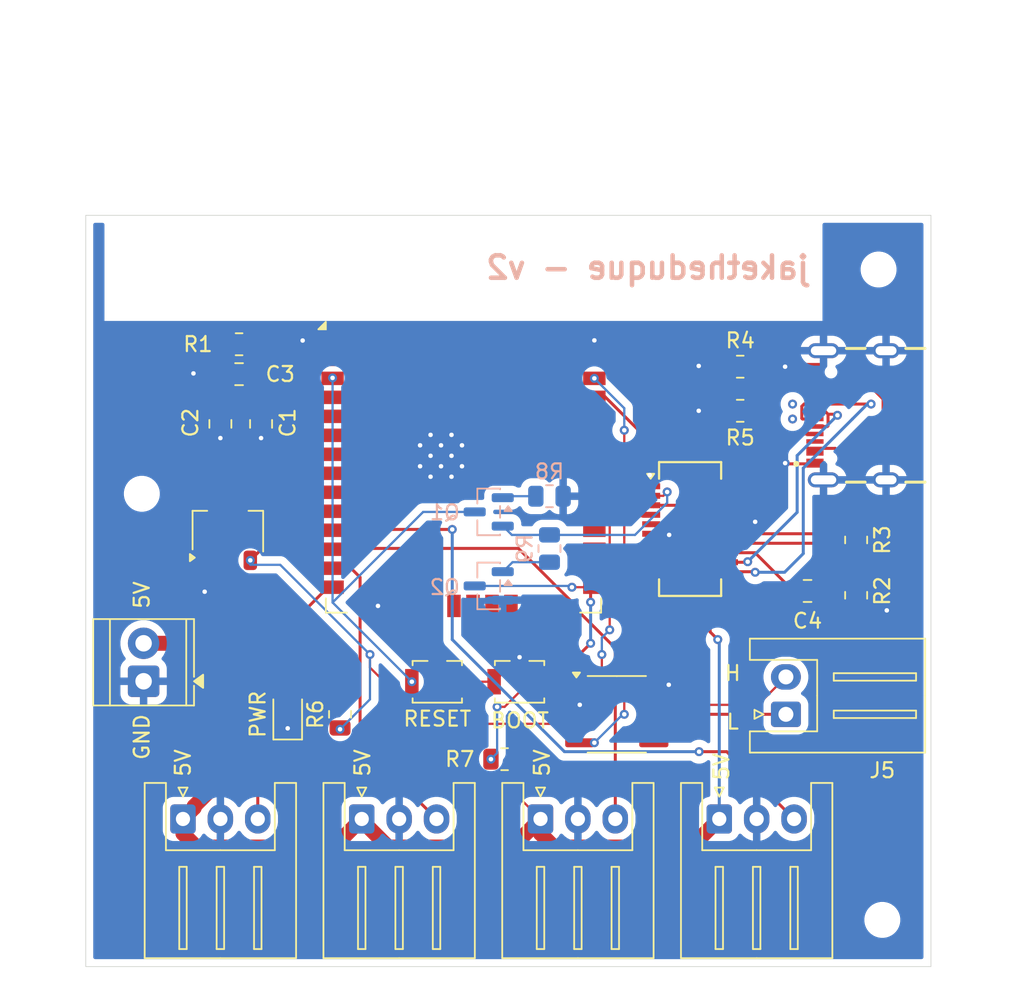
<source format=kicad_pcb>
(kicad_pcb (version 20241229) (generator "pcbnew") (generator_version "9.0")
  (layers (0 "F.Cu" signal) (2 "B.Cu" signal) (13 "F.Paste" user) (15 "B.Paste" user) (5 "F.SilkS" user "F.Silkscreen") (7 "B.SilkS" user "B.Silkscreen") (1 "F.Mask" user) (3 "B.Mask" user) (25 "Edge.Cuts" user))
  (net 0 "")
  (net 1 "Net-(J1-Pin_3)")
  (net 2 "GNDREF")
  (net 3 "Net-(J2-Pin_3)")
  (net 4 "Net-(J3-Pin_3)")
  (net 5 "Net-(J4-Pin_3)")
  (net 6 "Net-(J5-Pin_1)")
  (net 26 "/DP")
  (net 31 "/DN")
  (net 32 "/CAN_TXD")
  (net 34 "/CAN_RXD")
  (net 35 "/V33")
  (net 36 "Net-(J5-Pin_2)")
  (net 40 "/EN")
  (net 41 "Net-(U1-RXD0{slash}IO3)")
  (net 42 "Net-(U1-TXD0{slash}IO1)")
  (net 43 "Net-(D1-A)")
  (net 44 "/V5")
  (net 45 "Net-(J6-CC1)")
  (net 46 "Net-(J6-CC2)")
  (net 47 "Net-(U5-3V3OUT)")
  (net 48 "Net-(U5-~{RESET})")
  (net 57 "/RTS")
  (net 58 "Net-(Q1-B)")
  (net 59 "/GPIO0")
  (net 60 "Net-(Q2-B)")
  (footprint "Connector_JST:JST_XH_S2B-XH-A_1x02_P2.50mm_Horizontal" (layer "F.Cu") (at 165.805 111 90)
    (property "Reference" "J5" (at -3.75 6.445 180) (layer "F.SilkS"))
    (property "Value" "CHASSIS_CAN")
    (pad "1" thru_hole roundrect (at 0 0 90) (size 1.7 2) (drill 1) (layers "*.Cu" "*.Mask") (roundrect_rratio 0.147059) (net 6 "Net-(J5-Pin_1)"))
    (pad "2" thru_hole oval (at 2.5 0 90) (size 1.7 2) (drill 1) (layers "*.Cu" "*.Mask") (net 36 "Net-(J5-Pin_2)"))
  )
  (footprint "Package_TO_SOT_SMD:SOT-89-3" (layer "F.Cu") (at 128.5 98.75 90)
    (property "Reference" "U4" (hide yes))
    (property "Value" "MCP1700x-330xxMB")
    (pad "1" smd roundrect (at -1.95 -1.5 90) (size 1.3 0.9) (layers "F.Cu" "F.Mask" "F.Paste") (net 2 "GNDREF"))
    (pad "2" smd custom (at -1.8625 0 90) (size 1.475 0.9) (layers "F.Cu" "F.Mask" "F.Paste") (net 44 "/V5") (options (clearance outline) (anchor rect)) (primitives (gr_poly (pts (xy 3.8625 0.8665) (xy 0.7375 0.8665) (xy 0.7375 -0.8665) (xy 3.8625 -0.8665)) (width 0) (fill yes))))
    (pad "3" smd roundrect (at -1.95 1.5 90) (size 1.3 0.9) (layers "F.Cu" "F.Mask" "F.Paste") (net 35 "/V33"))
  )
  (footprint "MountingHole:MountingHole_2.2mm_M2" (layer "F.Cu") (at 122.75 96.25)
    (property "Reference" "REF**" (hide yes))
    (property "Value" "MountingHole_2.2mm_M2")
    (pad "" np_thru_hole circle (at 0 0) (size 2.2 2.2) (drill 2.2) (layers "*.Cu" "*.Mask"))
  )
  (footprint "MountingHole:MountingHole_2.2mm_M2" (layer "F.Cu") (at 172.25 124.75)
    (property "Reference" "REF**" (hide yes))
    (property "Value" "MountingHole_2.2mm_M2")
    (pad "" np_thru_hole circle (at 0 0) (size 2.2 2.2) (drill 2.2) (layers "*.Cu" "*.Mask"))
  )
  (footprint "Imported Footprints:GCT_USB4105-GF-A" (layer "F.Cu") (at 172.5 91 90)
    (property "Reference" "J6" (hide yes))
    (property "Value" "USB4105-GF-A")
    (pad "" np_thru_hole circle (at -2.89 -3.68 90) (size 0.65 0.65) (drill 0.65) (layers "*.Cu" "*.Mask"))
    (pad "" np_thru_hole circle (at 2.89 -3.68 90) (size 0.65 0.65) (drill 0.65) (layers "*.Cu" "*.Mask"))
    (pad "A1_B12" smd rect (at -3.2 -4.755 90) (size 0.6 1.15) (layers "F.Cu" "F.Paste") (net 2 "GNDREF"))
    (pad "A4_B9" smd rect (at -2.4 -4.755 90) (size 0.6 1.15) (layers "F.Cu" "F.Paste") (net 44 "/V5"))
    (pad "A5" smd rect (at -1.25 -4.755 90) (size 0.3 1.15) (layers "F.Cu" "F.Paste") (net 45 "Net-(J6-CC1)"))
    (pad "A6" smd rect (at -0.25 -4.755 90) (size 0.3 1.15) (layers "F.Cu" "F.Paste") (net 26 "/DP"))
    (pad "A7" smd rect (at 0.25 -4.755 90) (size 0.3 1.15) (layers "F.Cu" "F.Paste") (net 31 "/DN"))
    (pad "A8" smd rect (at 1.25 -4.755 90) (size 0.3 1.15) (layers "F.Cu" "F.Paste"))
    (pad "B1_A12" smd rect (at 3.2 -4.755 90) (size 0.6 1.15) (layers "F.Cu" "F.Paste") (net 2 "GNDREF"))
    (pad "B4_A9" smd rect (at 2.4 -4.755 90) (size 0.6 1.15) (layers "F.Cu" "F.Paste") (net 44 "/V5"))
    (pad "B5" smd rect (at 1.75 -4.755 90) (size 0.3 1.15) (layers "F.Cu" "F.Paste") (net 46 "Net-(J6-CC2)"))
    (pad "B6" smd rect (at 0.75 -4.755 90) (size 0.3 1.15) (layers "F.Cu" "F.Paste") (net 26 "/DP"))
    (pad "B7" smd rect (at -0.75 -4.755 90) (size 0.3 1.15) (layers "F.Cu" "F.Paste") (net 31 "/DN"))
    (pad "B8" smd rect (at -1.75 -4.755 90) (size 0.3 1.15) (layers "F.Cu" "F.Paste"))
    (pad "SH1" thru_hole oval (at -4.32 -4.18 90) (size 1 2.1) (drill oval 0.6 1.7) (layers "*.Cu" "*.Mask") (net 2 "GNDREF"))
    (pad "SH2" thru_hole oval (at 4.32 -4.18 90) (size 1 2.1) (drill oval 0.6 1.7) (layers "*.Cu" "*.Mask") (net 2 "GNDREF"))
    (pad "SH3" thru_hole oval (at -4.32 0 90) (size 1 1.8) (drill oval 0.6 1.4) (layers "*.Cu" "*.Mask") (net 2 "GNDREF"))
    (pad "SH4" thru_hole oval (at 4.32 0 90) (size 1 1.8) (drill oval 0.6 1.4) (layers "*.Cu" "*.Mask") (net 2 "GNDREF"))
  )
  (footprint "Package_SO:SSOP-20_3.9x8.7mm_P0.635mm" (layer "F.Cu") (at 159.4 98.6075)
    (property "Reference" "U5" (hide yes))
    (property "Value" "FT231XS")
    (pad "1" smd rect (at -2.6 -2.8575) (size 1.2 0.4) (layers "F.Cu" "F.Mask" "F.Paste") (net 2 "GNDREF"))
    (pad "2" smd rect (at -2.6 -2.2225) (size 1.2 0.4) (layers "F.Cu" "F.Mask" "F.Paste") (net 57 "/RTS"))
    (pad "3" smd rect (at -2.6 -1.5875) (size 1.2 0.4) (layers "F.Cu" "F.Mask" "F.Paste") (net 44 "/V5"))
    (pad "4" smd rect (at -2.6 -0.9525) (size 1.2 0.4) (layers "F.Cu" "F.Mask" "F.Paste") (net 42 "Net-(U1-TXD0{slash}IO1)"))
    (pad "5" smd rect (at -2.6 -0.3175) (size 1.2 0.4) (layers "F.Cu" "F.Mask" "F.Paste"))
    (pad "6" smd rect (at -2.6 0.3175) (size 1.2 0.4) (layers "F.Cu" "F.Mask" "F.Paste") (net 2 "GNDREF"))
    (pad "7" smd rect (at -2.6 0.9525) (size 1.2 0.4) (layers "F.Cu" "F.Mask" "F.Paste"))
    (pad "8" smd rect (at -2.6 1.5875) (size 1.2 0.4) (layers "F.Cu" "F.Mask" "F.Paste"))
    (pad "9" smd rect (at -2.6 2.2225) (size 1.2 0.4) (layers "F.Cu" "F.Mask" "F.Paste"))
    (pad "10" smd rect (at -2.6 2.8575) (size 1.2 0.4) (layers "F.Cu" "F.Mask" "F.Paste"))
    (pad "11" smd rect (at 2.6 2.8575) (size 1.2 0.4) (layers "F.Cu" "F.Mask" "F.Paste") (net 26 "/DP"))
    (pad "12" smd rect (at 2.6 2.2225) (size 1.2 0.4) (layers "F.Cu" "F.Mask" "F.Paste") (net 31 "/DN"))
    (pad "13" smd rect (at 2.6 1.5875) (size 1.2 0.4) (layers "F.Cu" "F.Mask" "F.Paste") (net 47 "Net-(U5-3V3OUT)"))
    (pad "14" smd rect (at 2.6 0.9525) (size 1.2 0.4) (layers "F.Cu" "F.Mask" "F.Paste") (net 48 "Net-(U5-~{RESET})"))
    (pad "15" smd rect (at 2.6 0.3175) (size 1.2 0.4) (layers "F.Cu" "F.Mask" "F.Paste") (net 44 "/V5"))
    (pad "16" smd rect (at 2.6 -0.3175) (size 1.2 0.4) (layers "F.Cu" "F.Mask" "F.Paste") (net 2 "GNDREF"))
    (pad "17" smd rect (at 2.6 -0.9525) (size 1.2 0.4) (layers "F.Cu" "F.Mask" "F.Paste"))
    (pad "18" smd rect (at 2.6 -1.5875) (size 1.2 0.4) (layers "F.Cu" "F.Mask" "F.Paste"))
    (pad "19" smd rect (at 2.6 -2.2225) (size 1.2 0.4) (layers "F.Cu" "F.Mask" "F.Paste"))
    (pad "20" smd rect (at 2.6 -2.8575) (size 1.2 0.4) (layers "F.Cu" "F.Mask" "F.Paste") (net 41 "Net-(U1-RXD0{slash}IO3)"))
  )
  (footprint "Capacitor_SMD:C_0805_2012Metric" (layer "F.Cu") (at 167.25 102.75)
    (property "Reference" "C4" (at 0 2 0) (layer "F.SilkS"))
    (property "Value" "100nF")
    (pad "1" smd roundrect (at -0.95 0) (size 1 1.45) (layers "F.Cu" "F.Mask" "F.Paste") (net 47 "Net-(U5-3V3OUT)"))
    (pad "2" smd roundrect (at 0.95 0) (size 1 1.45) (layers "F.Cu" "F.Mask" "F.Paste") (net 2 "GNDREF"))
  )
  (footprint "Resistor_SMD:R_0805_2012Metric" (layer "F.Cu") (at 136 111 90)
    (property "Reference" "R6" (at 0 -1.65 90) (layer "F.SilkS"))
    (property "Value" "50")
    (pad "1" smd roundrect (at -0.9125 0 90) (size 1.025 1.4) (layers "F.Cu" "F.Mask" "F.Paste") (roundrect_rratio 0.243902) (net 35 "/V33"))
    (pad "2" smd roundrect (at 0.9125 0 90) (size 1.025 1.4) (layers "F.Cu" "F.Mask" "F.Paste") (roundrect_rratio 0.243902) (net 43 "Net-(D1-A)"))
  )
  (footprint "Resistor_SMD:R_0805_2012Metric" (layer "F.Cu") (at 162.75 87.75 180)
    (property "Reference" "R5" (at 0 -4.75 0) (layer "F.SilkS"))
    (property "Value" "5k1")
    (pad "1" smd roundrect (at -0.9125 0 180) (size 1.025 1.4) (layers "F.Cu" "F.Mask" "F.Paste") (roundrect_rratio 0.243902) (net 46 "Net-(J6-CC2)"))
    (pad "2" smd roundrect (at 0.9125 0 180) (size 1.025 1.4) (layers "F.Cu" "F.Mask" "F.Paste") (roundrect_rratio 0.243902) (net 2 "GNDREF"))
  )
  (footprint "Button_Switch_SMD:SW_SPST_B3U-1100P" (layer "F.Cu") (at 142.5 108 180)
    (property "Reference" "RESET" (at 0 -3.3 0) (layer "F.SilkS"))
    (property "Value" "RESET")
    (pad "1" smd rect (at -1.7 -0.82 180) (size 0.9 1.7) (layers "F.Cu" "F.Mask" "F.Paste") (net 2 "GNDREF"))
    (pad "2" smd rect (at 1.7 -0.82 180) (size 0.9 1.7) (layers "F.Cu" "F.Mask" "F.Paste") (net 40 "/EN"))
    (pad "3" smd rect (at 0 0.82 180) (size 0.8 1.1) (layers "F.Cu" "F.Mask" "F.Paste") (net 2 "GNDREF"))
  )
  (footprint "Button_Switch_SMD:SW_SPST_B3U-1100P" (layer "F.Cu") (at 148 108 180)
    (property "Reference" "SW1" (hide yes))
    (property "Value" "BOOT_OPTION")
    (pad "1" smd rect (at -1.7 -0.82 180) (size 0.9 1.7) (layers "F.Cu" "F.Mask" "F.Paste") (net 59 "/GPIO0"))
    (pad "2" smd rect (at 1.7 -0.82 180) (size 0.9 1.7) (layers "F.Cu" "F.Mask" "F.Paste") (net 2 "GNDREF"))
    (pad "3" smd rect (at 0 0.82 180) (size 0.8 1.1) (layers "F.Cu" "F.Mask" "F.Paste") (net 2 "GNDREF"))
  )
  (footprint "Connector_JST:JST_XH_S3B-XH-A_1x03_P2.50mm_Horizontal" (layer "F.Cu") (at 149.4 118)
    (property "Reference" "J3" (hide yes))
    (property "Value" "LED_3")
    (pad "1" thru_hole roundrect (at 0 0) (size 1.7 1.95) (drill 0.95) (layers "*.Cu" "*.Mask") (roundrect_rratio 0.147059) (net 44 "/V5"))
    (pad "2" thru_hole oval (at 2.5 0) (size 1.7 1.95) (drill 0.95) (layers "*.Cu" "*.Mask") (net 2 "GNDREF"))
    (pad "3" thru_hole oval (at 5 0) (size 1.7 1.95) (drill 0.95) (layers "*.Cu" "*.Mask") (net 4 "Net-(J3-Pin_3)"))
  )
  (footprint "Resistor_SMD:R_0805_2012Metric" (layer "F.Cu") (at 129.25 86.25)
    (property "Reference" "R1" (at -2.75 0 0) (layer "F.SilkS"))
    (property "Value" "10k")
    (pad "1" smd roundrect (at -0.9125 0) (size 1.025 1.4) (layers "F.Cu" "F.Mask" "F.Paste") (roundrect_rratio 0.243902) (net 35 "/V33"))
    (pad "2" smd roundrect (at 0.9125 0) (size 1.025 1.4) (layers "F.Cu" "F.Mask" "F.Paste") (roundrect_rratio 0.243902) (net 40 "/EN"))
  )
  (footprint "Resistor_SMD:R_0805_2012Metric" (layer "F.Cu") (at 162.75 90.7)
    (property "Reference" "R4" (at 0 -4.7 0) (layer "F.SilkS"))
    (property "Value" "5k1")
    (pad "1" smd roundrect (at -0.9125 0) (size 1.025 1.4) (layers "F.Cu" "F.Mask" "F.Paste") (roundrect_rratio 0.243902) (net 2 "GNDREF"))
    (pad "2" smd roundrect (at 0.9125 0) (size 1.025 1.4) (layers "F.Cu" "F.Mask" "F.Paste") (roundrect_rratio 0.243902) (net 45 "Net-(J6-CC1)"))
  )
  (footprint "Resistor_SMD:R_0805_2012Metric" (layer "F.Cu") (at 147 114 180)
    (property "Reference" "R7" (at 3 0 0) (layer "F.SilkS"))
    (property "Value" "10k")
    (pad "1" smd roundrect (at -0.9125 0 180) (size 1.025 1.4) (layers "F.Cu" "F.Mask" "F.Paste") (roundrect_rratio 0.243902) (net 44 "/V5"))
    (pad "2" smd roundrect (at 0.9125 0 180) (size 1.025 1.4) (layers "F.Cu" "F.Mask" "F.Paste") (roundrect_rratio 0.243902) (net 59 "/GPIO0"))
  )
  (footprint "Capacitor_SMD:C_0805_2012Metric" (layer "F.Cu") (at 130.72 91.575 -90)
    (property "Reference" "C1" (at -0.075 -1.78 90) (layer "F.SilkS"))
    (property "Value" "10uF")
    (pad "1" smd roundrect (at -0.95 0 270) (size 1 1.45) (layers "F.Cu" "F.Mask" "F.Paste") (net 35 "/V33"))
    (pad "2" smd roundrect (at 0.95 0 270) (size 1 1.45) (layers "F.Cu" "F.Mask" "F.Paste") (net 2 "GNDREF"))
  )
  (footprint "Connector_JST:JST_XH_S3B-XH-A_1x03_P2.50mm_Horizontal" (layer "F.Cu") (at 137.45 118)
    (property "Reference" "J2" (hide yes))
    (property "Value" "LED_2")
    (pad "1" thru_hole roundrect (at 0 0) (size 1.7 1.95) (drill 0.95) (layers "*.Cu" "*.Mask") (roundrect_rratio 0.147059) (net 44 "/V5"))
    (pad "2" thru_hole oval (at 2.5 0) (size 1.7 1.95) (drill 0.95) (layers "*.Cu" "*.Mask") (net 2 "GNDREF"))
    (pad "3" thru_hole oval (at 5 0) (size 1.7 1.95) (drill 0.95) (layers "*.Cu" "*.Mask") (net 3 "Net-(J2-Pin_3)"))
  )
  (footprint "TerminalBlock_TE-Connectivity:TerminalBlock_TE_282834-2_1x02_P2.54mm_Horizontal" (layer "F.Cu") (at 122.8675 108.79 90)
    (property "Reference" "J7" (hide yes))
    (property "Value" "Screw_Terminal_01x02" (hide yes))
    (pad "1" thru_hole roundrect (at 0 0 90) (size 2.1 2.1) (drill 1.1) (layers "*.Cu" "*.Mask") (roundrect_rratio 0.119048) (net 2 "GNDREF"))
    (pad "2" thru_hole circle (at 2.54 0 90) (size 2.1 2.1) (drill 1.1) (layers "*.Cu" "*.Mask") (net 44 "/V5"))
  )
  (footprint "LED_SMD:LED_0805_2012Metric" (layer "F.Cu") (at 132.5 111 90)
    (property "Reference" "PWR" (at 0 -2 90) (layer "F.SilkS"))
    (property "Value" "PWR_LED")
    (pad "1" smd roundrect (at -0.9375 0 90) (size 0.975 1.4) (layers "F.Cu" "F.Mask" "F.Paste") (net 2 "GNDREF"))
    (pad "2" smd roundrect (at 0.9375 0 90) (size 0.975 1.4) (layers "F.Cu" "F.Mask" "F.Paste") (net 43 "Net-(D1-A)"))
  )
  (footprint "MountingHole:MountingHole_2.2mm_M2" (layer "F.Cu") (at 172 81.25)
    (property "Reference" "REF**" (hide yes))
    (property "Value" "MountingHole_2.2mm_M2")
    (pad "" np_thru_hole circle (at 0 0) (size 2.2 2.2) (drill 2.2) (layers "*.Cu" "*.Mask"))
  )
  (footprint "Resistor_SMD:R_0805_2012Metric" (layer "F.Cu") (at 170.5 103.0375 90)
    (property "Reference" "R2" (at 0.2875 1.75 90) (layer "F.SilkS"))
    (property "Value" "10k")
    (pad "1" smd roundrect (at -0.9125 0 90) (size 1.025 1.4) (layers "F.Cu" "F.Mask" "F.Paste") (roundrect_rratio 0.243902) (net 2 "GNDREF"))
    (pad "2" smd roundrect (at 0.9125 0 90) (size 1.025 1.4) (layers "F.Cu" "F.Mask" "F.Paste") (roundrect_rratio 0.243902) (net 48 "Net-(U5-~{RESET})"))
  )
  (footprint "Capacitor_SMD:C_0805_2012Metric" (layer "F.Cu") (at 129.25 88.25)
    (property "Reference" "C3" (at 2.75 0 0) (layer "F.SilkS"))
    (property "Value" "1uF")
    (pad "1" smd roundrect (at -0.95 0) (size 1 1.45) (layers "F.Cu" "F.Mask" "F.Paste") (net 2 "GNDREF"))
    (pad "2" smd roundrect (at 0.95 0) (size 1 1.45) (layers "F.Cu" "F.Mask" "F.Paste") (net 40 "/EN"))
  )
  (footprint "RF_Module:ESP32-WROOM-32E" (layer "F.Cu") (at 144.25 91.25)
    (property "Reference" "U1" (hide yes))
    (property "Value" "ESP32-WROOM-32")
    (pad "1" smd rect (at -8.75 -5.26) (size 1.5 0.9) (layers "F.Cu" "F.Mask" "F.Paste") (net 2 "GNDREF"))
    (pad "2" smd rect (at -8.75 -3.99) (size 1.5 0.9) (layers "F.Cu" "F.Mask" "F.Paste") (net 35 "/V33"))
    (pad "3" smd rect (at -8.75 -2.72) (size 1.5 0.9) (layers "F.Cu" "F.Mask" "F.Paste") (net 40 "/EN"))
    (pad "4" smd rect (at -8.75 -1.45) (size 1.5 0.9) (layers "F.Cu" "F.Mask" "F.Paste"))
    (pad "5" smd rect (at -8.75 -0.18) (size 1.5 0.9) (layers "F.Cu" "F.Mask" "F.Paste"))
    (pad "6" smd rect (at -8.75 1.09) (size 1.5 0.9) (layers "F.Cu" "F.Mask" "F.Paste"))
    (pad "7" smd rect (at -8.75 2.36) (size 1.5 0.9) (layers "F.Cu" "F.Mask" "F.Paste"))
    (pad "8" smd rect (at -8.75 3.63) (size 1.5 0.9) (layers "F.Cu" "F.Mask" "F.Paste"))
    (pad "9" smd rect (at -8.75 4.9) (size 1.5 0.9) (layers "F.Cu" "F.Mask" "F.Paste"))
    (pad "10" smd rect (at -8.75 6.17) (size 1.5 0.9) (layers "F.Cu" "F.Mask" "F.Paste"))
    (pad "11" smd rect (at -8.75 7.44) (size 1.5 0.9) (layers "F.Cu" "F.Mask" "F.Paste") (net 5 "Net-(J4-Pin_3)"))
    (pad "12" smd rect (at -8.75 8.71) (size 1.5 0.9) (layers "F.Cu" "F.Mask" "F.Paste") (net 4 "Net-(J3-Pin_3)"))
    (pad "13" smd rect (at -8.75 9.98) (size 1.5 0.9) (layers "F.Cu" "F.Mask" "F.Paste") (net 3 "Net-(J2-Pin_3)"))
    (pad "14" smd rect (at -8.75 11.25) (size 1.5 0.9) (layers "F.Cu" "F.Mask" "F.Paste") (net 1 "Net-(J1-Pin_3)"))
    (pad "15" smd rect (at -5.715 12.5 90) (size 1.5 0.9) (layers "F.Cu" "F.Mask" "F.Paste") (net 2 "GNDREF"))
    (pad "16" smd rect (at -4.445 12.5 90) (size 1.5 0.9) (layers "F.Cu" "F.Mask" "F.Paste"))
    (pad "17" smd rect (at -3.175 12.5 90) (size 1.5 0.9) (layers "F.Cu" "F.Mask" "F.Paste"))
    (pad "18" smd rect (at -1.905 12.5 90) (size 1.5 0.9) (layers "F.Cu" "F.Mask" "F.Paste"))
    (pad "19" smd rect (at -0.635 12.5 90) (size 1.5 0.9) (layers "F.Cu" "F.Mask" "F.Paste"))
    (pad "20" smd rect (at 0.635 12.5 90) (size 1.5 0.9) (layers "F.Cu" "F.Mask" "F.Paste"))
    (pad "21" smd rect (at 1.905 12.5 90) (size 1.5 0.9) (layers "F.Cu" "F.Mask" "F.Paste"))
    (pad "22" smd rect (at 3.175 12.5 90) (size 1.5 0.9) (layers "F.Cu" "F.Mask" "F.Paste"))
    (pad "23" smd rect (at 4.445 12.5 90) (size 1.5 0.9) (layers "F.Cu" "F.Mask" "F.Paste"))
    (pad "24" smd rect (at 5.715 12.5 90) (size 1.5 0.9) (layers "F.Cu" "F.Mask" "F.Paste"))
    (pad "25" smd rect (at 8.75 11.25) (size 1.5 0.9) (layers "F.Cu" "F.Mask" "F.Paste") (net 59 "/GPIO0"))
    (pad "26" smd rect (at 8.75 9.98) (size 1.5 0.9) (layers "F.Cu" "F.Mask" "F.Paste"))
    (pad "27" smd rect (at 8.75 8.71) (size 1.5 0.9) (layers "F.Cu" "F.Mask" "F.Paste"))
    (pad "28" smd rect (at 8.75 7.44) (size 1.5 0.9) (layers "F.Cu" "F.Mask" "F.Paste"))
    (pad "29" smd rect (at 8.75 6.17) (size 1.5 0.9) (layers "F.Cu" "F.Mask" "F.Paste"))
    (pad "30" smd rect (at 8.75 4.9) (size 1.5 0.9) (layers "F.Cu" "F.Mask" "F.Paste"))
    (pad "31" smd rect (at 8.75 3.63) (size 1.5 0.9) (layers "F.Cu" "F.Mask" "F.Paste"))
    (pad "32" smd rect (at 8.75 2.36) (size 1.5 0.9) (layers "F.Cu" "F.Mask" "F.Paste"))
    (pad "33" smd rect (at 8.75 1.09) (size 1.5 0.9) (layers "F.Cu" "F.Mask" "F.Paste") (net 32 "/CAN_TXD"))
    (pad "34" smd rect (at 8.75 -0.18) (size 1.5 0.9) (layers "F.Cu" "F.Mask" "F.Paste") (net 41 "Net-(U1-RXD0{slash}IO3)"))
    (pad "35" smd rect (at 8.75 -1.45) (size 1.5 0.9) (layers "F.Cu" "F.Mask" "F.Paste") (net 42 "Net-(U1-TXD0{slash}IO1)"))
    (pad "36" smd rect (at 8.75 -2.72) (size 1.5 0.9) (layers "F.Cu" "F.Mask" "F.Paste") (net 34 "/CAN_RXD"))
    (pad "37" smd rect (at 8.75 -3.99) (size 1.5 0.9) (layers "F.Cu" "F.Mask" "F.Paste"))
    (pad "38" smd rect (at 8.75 -5.26) (size 1.5 0.9) (layers "F.Cu" "F.Mask" "F.Paste") (net 2 "GNDREF"))
    (pad "39" smd rect (at -2.9 1.06) (size 0.9 0.9) (property pad_prop_heatsink) (layers "F.Cu" "F.Mask" "F.Paste") (net 2 "GNDREF"))
    (pad "39" thru_hole circle (at -2.9 1.76) (size 0.6 0.6) (drill 0.3) (property pad_prop_heatsink) (layers "*.Cu" "*.Mask") (net 2 "GNDREF"))
    (pad "39" smd rect (at -2.9 2.46) (size 0.9 0.9) (property pad_prop_heatsink) (layers "F.Cu" "F.Mask" "F.Paste") (net 2 "GNDREF"))
    (pad "39" thru_hole circle (at -2.9 3.16) (size 0.6 0.6) (drill 0.3) (property pad_prop_heatsink) (layers "*.Cu" "*.Mask") (net 2 "GNDREF"))
    (pad "39" smd rect (at -2.9 3.86) (size 0.9 0.9) (property pad_prop_heatsink) (layers "F.Cu" "F.Mask" "F.Paste") (net 2 "GNDREF"))
    (pad "39" thru_hole circle (at -2.2 1.06) (size 0.6 0.6) (drill 0.3) (property pad_prop_heatsink) (layers "*.Cu" "*.Mask") (net 2 "GNDREF"))
    (pad "39" thru_hole circle (at -2.2 2.46) (size 0.6 0.6) (drill 0.3) (property pad_prop_heatsink) (layers "*.Cu" "*.Mask") (net 2 "GNDREF"))
    (pad "39" thru_hole circle (at -2.2 3.86) (size 0.6 0.6) (drill 0.3) (property pad_prop_heatsink) (layers "*.Cu" "*.Mask") (net 2 "GNDREF"))
    (pad "39" smd rect (at -1.5 1.06) (size 0.9 0.9) (property pad_prop_heatsink) (layers "F.Cu" "F.Mask" "F.Paste") (net 2 "GNDREF"))
    (pad "39" thru_hole circle (at -1.5 1.76) (size 0.6 0.6) (drill 0.3) (property pad_prop_heatsink) (layers "*.Cu" "*.Mask") (net 2 "GNDREF"))
    (pad "39" smd rect (at -1.5 2.46) (size 0.9 0.9) (property pad_prop_heatsink) (layers "F.Cu" "F.Mask" "F.Paste") (net 2 "GNDREF"))
    (pad "39" thru_hole circle (at -1.5 3.16) (size 0.6 0.6) (drill 0.3) (property pad_prop_heatsink) (layers "*.Cu" "*.Mask") (net 2 "GNDREF"))
    (pad "39" smd rect (at -1.5 3.86) (size 0.9 0.9) (property pad_prop_heatsink) (layers "F.Cu" "F.Mask" "F.Paste") (net 2 "GNDREF"))
    (pad "39" thru_hole circle (at -0.8 1.06) (size 0.6 0.6) (drill 0.3) (property pad_prop_heatsink) (layers "*.Cu" "*.Mask") (net 2 "GNDREF"))
    (pad "39" thru_hole circle (at -0.8 2.46) (size 0.6 0.6) (drill 0.3) (property pad_prop_heatsink) (layers "*.Cu" "*.Mask") (net 2 "GNDREF"))
    (pad "39" thru_hole circle (at -0.8 3.86) (size 0.6 0.6) (drill 0.3) (property pad_prop_heatsink) (layers "*.Cu" "*.Mask") (net 2 "GNDREF"))
    (pad "39" smd rect (at -0.1 1.06) (size 0.9 0.9) (property pad_prop_heatsink) (layers "F.Cu" "F.Mask" "F.Paste") (net 2 "GNDREF"))
    (pad "39" thru_hole circle (at -0.1 1.76) (size 0.6 0.6) (drill 0.3) (property pad_prop_heatsink) (layers "*.Cu" "*.Mask") (net 2 "GNDREF"))
    (pad "39" smd rect (at -0.1 2.46) (size 0.9 0.9) (property pad_prop_heatsink) (layers "F.Cu" "F.Mask" "F.Paste") (net 2 "GNDREF"))
    (pad "39" thru_hole circle (at -0.1 3.16) (size 0.6 0.6) (drill 0.3) (property pad_prop_heatsink) (layers "*.Cu" "*.Mask") (net 2 "GNDREF"))
    (pad "39" smd rect (at -0.1 3.86) (size 0.9 0.9) (property pad_prop_heatsink) (layers "F.Cu" "F.Mask" "F.Paste") (net 2 "GNDREF"))
    (zone (net 0) (net_name "") (layers "F.Cu" "B.Cu") (connect_pads (clearance 0)) (min_thickness 0.25)
      (keepout (tracks not_allowed) (vias not_allowed) (pads not_allowed) (copperpour not_allowed) (footprints not_allowed))
      (fill (thermal_gap 0.5) (thermal_bridge_width 0.5))
      (polygon (pts (xy 120.25 63.5) (xy 168.25 63.5) (xy 168.25 84.69) (xy 120.25 84.69)))
    )
  )
  (footprint "Connector_JST:JST_XH_S3B-XH-A_1x03_P2.50mm_Horizontal" (layer "F.Cu") (at 161.35 118)
    (property "Reference" "J4" (hide yes))
    (property "Value" "LED_4")
    (pad "1" thru_hole roundrect (at 0 0) (size 1.7 1.95) (drill 0.95) (layers "*.Cu" "*.Mask") (roundrect_rratio 0.147059) (net 44 "/V5"))
    (pad "2" thru_hole oval (at 2.5 0) (size 1.7 1.95) (drill 0.95) (layers "*.Cu" "*.Mask") (net 2 "GNDREF"))
    (pad "3" thru_hole oval (at 5 0) (size 1.7 1.95) (drill 0.95) (layers "*.Cu" "*.Mask") (net 5 "Net-(J4-Pin_3)"))
  )
  (footprint "Resistor_SMD:R_0805_2012Metric" (layer "F.Cu") (at 170.5 99.3375 90)
    (property "Reference" "R3" (at 0 1.75 90) (layer "F.SilkS"))
    (property "Value" "4k7")
    (pad "1" smd roundrect (at -0.9125 0 90) (size 1.025 1.4) (layers "F.Cu" "F.Mask" "F.Paste") (roundrect_rratio 0.243902) (net 48 "Net-(U5-~{RESET})"))
    (pad "2" smd roundrect (at 0.9125 0 90) (size 1.025 1.4) (layers "F.Cu" "F.Mask" "F.Paste") (roundrect_rratio 0.243902) (net 44 "/V5"))
  )
  (footprint "Capacitor_SMD:C_0805_2012Metric" (layer "F.Cu") (at 128 91.575 -90)
    (property "Reference" "C2" (at -0.075 2 90) (layer "F.SilkS"))
    (property "Value" "0.1uF")
    (pad "1" smd roundrect (at -0.95 0 270) (size 1 1.45) (layers "F.Cu" "F.Mask" "F.Paste") (net 35 "/V33"))
    (pad "2" smd roundrect (at 0.95 0 270) (size 1 1.45) (layers "F.Cu" "F.Mask" "F.Paste") (net 2 "GNDREF"))
  )
  (footprint "Package_SO:SOIC-8_3.9x4.9mm_P1.27mm" (layer "F.Cu") (at 154.5 111)
    (property "Reference" "U2" (hide yes))
    (property "Value" "SN65HVD230")
    (pad "1" smd roundrect (at -2.475 -1.905) (size 1.95 0.6) (layers "F.Cu" "F.Mask" "F.Paste") (net 32 "/CAN_TXD"))
    (pad "2" smd roundrect (at -2.475 -0.635) (size 1.95 0.6) (layers "F.Cu" "F.Mask" "F.Paste") (net 2 "GNDREF"))
    (pad "3" smd roundrect (at -2.475 0.635) (size 1.95 0.6) (layers "F.Cu" "F.Mask" "F.Paste") (net 35 "/V33"))
    (pad "4" smd roundrect (at -2.475 1.905) (size 1.95 0.6) (layers "F.Cu" "F.Mask" "F.Paste") (net 34 "/CAN_RXD"))
    (pad "5" smd roundrect (at 2.475 1.905) (size 1.95 0.6) (layers "F.Cu" "F.Mask" "F.Paste"))
    (pad "6" smd roundrect (at 2.475 0.635) (size 1.95 0.6) (layers "F.Cu" "F.Mask" "F.Paste") (net 6 "Net-(J5-Pin_1)"))
    (pad "7" smd roundrect (at 2.475 -0.635) (size 1.95 0.6) (layers "F.Cu" "F.Mask" "F.Paste") (net 36 "Net-(J5-Pin_2)"))
    (pad "8" smd roundrect (at 2.475 -1.905) (size 1.95 0.6) (layers "F.Cu" "F.Mask" "F.Paste") (net 2 "GNDREF"))
  )
  (footprint "Connector_JST:JST_XH_S3B-XH-A_1x03_P2.50mm_Horizontal" (layer "F.Cu") (at 125.5 118)
    (property "Reference" "J1" (hide yes))
    (property "Value" "LED_1")
    (pad "1" thru_hole roundrect (at 0 0) (size 1.7 1.95) (drill 0.95) (layers "*.Cu" "*.Mask") (roundrect_rratio 0.147059) (net 44 "/V5"))
    (pad "2" thru_hole oval (at 2.5 0) (size 1.7 1.95) (drill 0.95) (layers "*.Cu" "*.Mask") (net 2 "GNDREF"))
    (pad "3" thru_hole oval (at 5 0) (size 1.7 1.95) (drill 0.95) (layers "*.Cu" "*.Mask") (net 1 "Net-(J1-Pin_3)"))
  )
  (footprint "Resistor_SMD:R_0805_2012Metric" (layer "B.Cu") (at 150 99.9125 -90)
    (property "Reference" "R9" (at 0 1.65 90) (layer "B.SilkS") (effects (justify mirror)))
    (property "Value" "10k")
    (pad "1" smd roundrect (at -0.9125 0 270) (size 1.025 1.4) (layers "B.Cu" "B.Mask" "B.Paste") (roundrect_rratio 0.243902) (net 57 "/RTS"))
    (pad "2" smd roundrect (at 0.9125 0 270) (size 1.025 1.4) (layers "B.Cu" "B.Mask" "B.Paste") (roundrect_rratio 0.243902) (net 60 "Net-(Q2-B)"))
  )
  (footprint "Package_TO_SOT_SMD:SOT-23" (layer "B.Cu") (at 145.9375 102.4125 180)
    (property "Reference" "Q2" (at 2.9375 -0.0875 0) (layer "B.SilkS") (effects (justify mirror)))
    (property "Value" "Q_NPN_BEC")
    (pad "1" smd roundrect (at -0.9375 0.95 180) (size 1.475 0.6) (layers "B.Cu" "B.Mask" "B.Paste") (net 60 "Net-(Q2-B)"))
    (pad "2" smd roundrect (at -0.9375 -0.95 180) (size 1.475 0.6) (layers "B.Cu" "B.Mask" "B.Paste") (net 2 "GNDREF"))
    (pad "3" smd roundrect (at 0.9375 0 180) (size 1.475 0.6) (layers "B.Cu" "B.Mask" "B.Paste") (net 59 "/GPIO0"))
  )
  (footprint "Resistor_SMD:R_0805_2012Metric" (layer "B.Cu") (at 150 96.4125 180)
    (property "Reference" "R8" (at 0 1.65 0) (layer "B.SilkS") (effects (justify mirror)))
    (property "Value" "10k")
    (pad "1" smd roundrect (at -0.9125 0 180) (size 1.025 1.4) (layers "B.Cu" "B.Mask" "B.Paste") (roundrect_rratio 0.243902) (net 2 "GNDREF"))
    (pad "2" smd roundrect (at 0.9125 0 180) (size 1.025 1.4) (layers "B.Cu" "B.Mask" "B.Paste") (roundrect_rratio 0.243902) (net 58 "Net-(Q1-B)"))
  )
  (footprint "Package_TO_SOT_SMD:SOT-23" (layer "B.Cu") (at 145.9375 97.4625 180)
    (property "Reference" "Q1" (at 2.9375 -0.0375 0) (layer "B.SilkS") (effects (justify mirror)))
    (property "Value" "Q_NPN_BEC")
    (pad "1" smd roundrect (at -0.9375 0.95 180) (size 1.475 0.6) (layers "B.Cu" "B.Mask" "B.Paste") (net 58 "Net-(Q1-B)"))
    (pad "2" smd roundrect (at -0.9375 -0.95 180) (size 1.475 0.6) (layers "B.Cu" "B.Mask" "B.Paste") (net 57 "/RTS"))
    (pad "3" smd roundrect (at 0.9375 0 180) (size 1.475 0.6) (layers "B.Cu" "B.Mask" "B.Paste") (net 40 "/EN"))
  )
  (gr_rect (start 119 77.625) (end 175.5 127.875) (stroke (width 0.05)) (fill no) (layer "Edge.Cuts"))
  (gr_text "5V\n" (at 125.5 114.25 90) (layer "F.SilkS") (effects (font (size 1 1))))
  (gr_text "5V\n" (at 137.5 114.25 90) (layer "F.SilkS") (effects (font (size 1 1))))
  (gr_text "5V\n" (at 122.75 103.02 90) (layer "F.SilkS") (effects (font (size 1 1))))
  (gr_text "5V\n" (at 149.5 114.25 90) (layer "F.SilkS") (effects (font (size 1 1))))
  (gr_text "L" (at 162.25 111.5 0) (layer "F.SilkS") (effects (font (size 1 1))))
  (gr_text "BOOT" (at 146 112 0) (layer "F.SilkS") (effects (font (size 1 1)) (justify left bottom)))
  (gr_text "GND" (at 122.75 112.52 90) (layer "F.SilkS") (effects (font (size 1 1))))
  (gr_text "H" (at 162.25 108.25 0) (layer "F.SilkS") (effects (font (size 1 1))))
  (gr_text "5V\n" (at 161.5 114.5 90) (layer "F.SilkS") (effects (font (size 1 1))))
  (gr_text "jaketheduque - v2" (at 167.5 82 0) (layer "B.SilkS") (effects (font (size 1.5 1.5) (thickness 0.3) (bold yes)) (justify left bottom mirror)))
  (via (at 166.25 91.25) (size 0.6) (drill 0.3) (layers "F.Cu" "B.Cu") (net 0))
  (via (at 166.25 90.25) (size 0.6) (drill 0.3) (layers "F.Cu" "B.Cu") (net 0))
  (segment (start 130.5 107.195) (end 135.25 102.445) (width 0.2) (layer "F.Cu") (net 1))
  (segment (start 130.5 118) (end 130.5 107.195) (width 0.2) (layer "F.Cu") (net 1))
  (segment (start 157.975 109.025) (end 158 109) (width 0.15) (layer "F.Cu") (net 2))
  (segment (start 161.9725 90.75) (end 160.0275 90.75) (width 0.2) (layer "F.Cu") (net 2))
  (segment (start 156.8 98.925) (end 157.925 98.925) (width 0.15) (layer "F.Cu") (net 2))
  (segment (start 167.745 87.8) (end 165.8 87.8) (width 0.2) (layer "F.Cu") (net 2))
  (segment (start 147.94 107.18) (end 146.3 108.82) (width 0.15) (layer "F.Cu") (net 2))
  (segment (start 165.8 87.8) (end 165.75 87.75) (width 0.2) (layer "F.Cu") (net 2))
  (segment (start 148 107.18) (end 147.94 107.18) (width 0.15) (layer "F.Cu") (net 2))
  (segment (start 167.75 94.25) (end 165.805 94.25) (width 0.2) (layer "F.Cu") (net 2))
  (segment (start 128.195 88.25) (end 126.25 88.25) (width 0.2) (layer "F.Cu") (net 2))
  (segment (start 135.5 85.99) (end 133.51 85.99) (width 0.2) (layer "F.Cu") (net 2))
  (segment (start 170.555 104) (end 172.5 104) (width 0.2) (layer "F.Cu") (net 2))
  (segment (start 144.14 108.82) (end 142.5 107.18) (width 0.15) (layer "F.Cu") (net 2))
  (segment (start 127 100.805) (end 127 102.75) (width 0.2) (layer "F.Cu") (net 2))
  (segment (start 144.2 108.82) (end 146.3 108.82) (width 0.15) (layer "F.Cu") (net 2))
  (segment (start 144.2 108.82) (end 144.14 108.82) (width 0.15) (layer "F.Cu") (net 2))
  (segment (start 133.51 85.99) (end 133.5 86) (width 0.2) (layer "F.Cu") (net 2))
  (segment (start 163.585 98.29) (end 163.75 98.125) (width 0.2) (layer "F.Cu") (net 2))
  (segment (start 156.8 95.101) (end 156.699 95) (width 0.15) (layer "F.Cu") (net 2))
  (segment (start 169.4 103.95) (end 170.5 103.95) (width 0.15) (layer "F.Cu") (net 2))
  (segment (start 168.2 102.75) (end 169.4 103.95) (width 0.15) (layer "F.Cu") (net 2))
  (segment (start 161.9725 87.75) (end 160.0275 87.75) (width 0.2) (layer "F.Cu") (net 2))
  (segment (start 157.975 109.095) (end 157.975 109.025) (width 0.15) (layer "F.Cu") (net 2))
  (segment (start 157.925 98.925) (end 158 99) (width 0.15) (layer "F.Cu") (net 2))
  (segment (start 162 98.29) (end 163.585 98.29) (width 0.2) (layer "F.Cu") (net 2))
  (segment (start 156.8 95.75) (end 156.8 95.101) (width 0.15) (layer "F.Cu") (net 2))
  (via (at 148 107.18) (size 0.6) (drill 0.3) (layers "F.Cu" "B.Cu") (net 2))
  (via (at 165.755 94.2) (size 0.6) (drill 0.3) (layers "F.Cu" "B.Cu") (net 2))
  (via (at 172.55 104.05) (size 0.6) (drill 0.3) (layers "F.Cu" "B.Cu") (net 2))
  (via (at 159.9775 90.7) (size 0.6) (drill 0.3) (layers "F.Cu" "B.Cu") (net 2))
  (via (at 130.72 92.525) (size 0.6) (drill 0.3) (layers "F.Cu" "B.Cu") (net 2))
  (via (at 165.75 87.75) (size 0.6) (drill 0.3) (layers "F.Cu" "B.Cu") (net 2))
  (via (at 157.975 109.025) (size 0.6) (drill 0.3) (layers "F.Cu" "B.Cu") (net 2))
  (via (at 156.699 95) (size 0.6) (drill 0.3) (layers "F.Cu" "B.Cu") (net 2))
  (via (at 126.95 102.8) (size 0.6) (drill 0.3) (layers "F.Cu" "B.Cu") (net 2))
  (via (at 152.025 110.365) (size 0.6) (drill 0.3) (layers "F.Cu" "B.Cu") (net 2))
  (via (at 128 92.525) (size 0.6) (drill 0.3) (layers "F.Cu" "B.Cu") (net 2))
  (via (at 159.9775 87.7) (size 0.6) (drill 0.3) (layers "F.Cu" "B.Cu") (net 2))
  (via (at 163.75 98.125) (size 0.6) (drill 0.3) (layers "F.Cu" "B.Cu") (net 2))
  (via (at 138.535 103.75) (size 0.6) (drill 0.3) (layers "F.Cu" "B.Cu") (net 2))
  (via (at 158 99) (size 0.6) (drill 0.3) (layers "F.Cu" "B.Cu") (net 2))
  (via (at 132.5 111.9375) (size 0.6) (drill 0.3) (layers "F.Cu" "B.Cu") (net 2))
  (via (at 153 85.99) (size 0.6) (drill 0.3) (layers "F.Cu" "B.Cu") (net 2))
  (via (at 126.2 88.2) (size 0.6) (drill 0.3) (layers "F.Cu" "B.Cu") (net 2))
  (via (at 133.5 86) (size 0.6) (drill 0.3) (layers "F.Cu" "B.Cu") (net 2))
  (segment (start 137.339 112.889) (end 137.339 101.839) (width 0.2) (layer "F.Cu") (net 3))
  (segment (start 142.45 118) (end 137.339 112.889) (width 0.2) (layer "F.Cu") (net 3))
  (segment (start 137.339 101.839) (end 136.675 101.175) (width 0.2) (layer "F.Cu") (net 3))
  (segment (start 136.675 101.175) (end 135.25 101.175) (width 0.2) (layer "F.Cu") (net 3))
  (segment (start 147.922 99.905) (end 151.748 103.731) (width 0.2) (layer "F.Cu") (net 4))
  (segment (start 135.25 99.905) (end 147.922 99.905) (width 0.2) (layer "F.Cu") (net 4))
  (segment (start 151.748 103.921) (end 154.4 106.573) (width 0.2) (layer "F.Cu") (net 4))
  (segment (start 151.748 103.731) (end 151.748 103.921) (width 0.2) (layer "F.Cu") (net 4))
  (segment (start 154.4 106.573) (end 154.4 118) (width 0.2) (layer "F.Cu") (net 4))
  (segment (start 143.5 98.635) (end 135.555 98.635) (width 0.2) (layer "F.Cu") (net 5))
  (segment (start 135.555 98.635) (end 135.5 98.69) (width 0.2) (layer "F.Cu") (net 5))
  (segment (start 166.35 118) (end 166.5 118) (width 0.2) (layer "F.Cu") (net 5))
  (segment (start 166.35 118) (end 161.85 113.5) (width 0.2) (layer "F.Cu") (net 5))
  (segment (start 161.85 113.5) (end 160 113.5) (width 0.2) (layer "F.Cu") (net 5))
  (via (at 143.5 98.635) (size 0.6) (drill 0.3) (layers "F.Cu" "B.Cu") (net 5))
  (via (at 160 113.5) (size 0.6) (drill 0.3) (layers "F.Cu" "B.Cu") (net 5))
  (segment (start 143.5 98.635) (end 143.365 98.5) (width 0.2) (layer "B.Cu") (net 5))
  (segment (start 143.5 106) (end 151 113.5) (width 0.2) (layer "B.Cu") (net 5))
  (segment (start 151 113.5) (end 160 113.5) (width 0.2) (layer "B.Cu") (net 5))
  (segment (start 143.5 98.635) (end 143.5 106) (width 0.2) (layer "B.Cu") (net 5))
  (segment (start 165.19 110.385) (end 165.805 111) (width 0.2) (layer "F.Cu") (net 6))
  (segment (start 158.61 111) (end 157.975 111.635) (width 0.2) (layer "F.Cu") (net 6))
  (segment (start 165.805 111) (end 158.61 111) (width 0.2) (layer "F.Cu") (net 6))
  (segment (start 162 101.465) (end 163.715 101.465) (width 0.2) (layer "F.Cu") (net 26))
  (segment (start 167.745 90.25) (end 167.018 90.25) (width 0.2) (layer "F.Cu") (net 26))
  (segment (start 167.018 90.25) (end 166.869 90.399) (width 0.2) (layer "F.Cu") (net 26))
  (segment (start 166.918 91.25) (end 167.745 91.25) (width 0.2) (layer "F.Cu") (net 26))
  (segment (start 167.745 90.25) (end 171.5 90.25) (width 0.2) (layer "F.Cu") (net 26))
  (segment (start 163.715 101.465) (end 163.75 101.5) (width 0.2) (layer "F.Cu") (net 26))
  (segment (start 166.869 90.399) (end 166.869 91.201) (width 0.2) (layer "F.Cu") (net 26))
  (segment (start 166.869 91.201) (end 166.918 91.25) (width 0.2) (layer "F.Cu") (net 26))
  (via (at 163.75 101.5) (size 0.6) (drill 0.3) (layers "F.Cu" "B.Cu") (net 26))
  (via (at 171.5 90.25) (size 0.6) (drill 0.3) (layers "F.Cu" "B.Cu") (net 26))
  (segment (start 166.965882 94.534118) (end 166.965882 100.25) (width 0.2) (layer "B.Cu") (net 26))
  (segment (start 171.5 90.25) (end 171.25 90.25) (width 0.2) (layer "B.Cu") (net 26))
  (segment (start 171.25 90.25) (end 170.25 91.25) (width 0.2) (layer "B.Cu") (net 26))
  (segment (start 165.715882 101.5) (end 166.965882 100.25) (width 0.2) (layer "B.Cu") (net 26))
  (segment (start 163.75 101.5) (end 165.715882 101.5) (width 0.2) (layer "B.Cu") (net 26))
  (segment (start 170.25 91.25) (end 166.965882 94.534118) (width 0.2) (layer "B.Cu") (net 26))
  (segment (start 162 100.83) (end 163.215 100.83) (width 0.2) (layer "F.Cu") (net 31))
  (segment (start 163.215 100.83) (end 163.25 100.795) (width 0.2) (layer "F.Cu") (net 31))
  (segment (start 168.443 90.75) (end 168.621 90.928) (width 0.2) (layer "F.Cu") (net 31))
  (segment (start 168.621 91.701) (end 168.572 91.75) (width 0.2) (layer "F.Cu") (net 31))
  (segment (start 168.572 91.75) (end 167.745 91.75) (width 0.2) (layer "F.Cu") (net 31))
  (segment (start 169.178 90.928) (end 169.25 91) (width 0.2) (layer "F.Cu") (net 31))
  (segment (start 168.621 90.928) (end 169.178 90.928) (width 0.2) (layer "F.Cu") (net 31))
  (segment (start 167.745 90.75) (end 168.443 90.75) (width 0.2) (layer "F.Cu") (net 31))
  (segment (start 168.621 90.928) (end 168.621 91.701) (width 0.2) (layer "F.Cu") (net 31))
  (via (at 169.25 91) (size 0.6) (drill 0.3) (layers "F.Cu" "B.Cu") (net 31))
  (via (at 163.25 100.795) (size 0.6) (drill 0.3) (layers "F.Cu" "B.Cu") (net 31))
  (segment (start 166.556 93.694) (end 169.25 91) (width 0.2) (layer "B.Cu") (net 31))
  (segment (start 166.556 97.489) (end 166.556 93.694) (width 0.2) (layer "B.Cu") (net 31))
  (segment (start 163.25 100.795) (end 166.556 97.489) (width 0.2) (layer "B.Cu") (net 31))
  (segment (start 154.026 105.350472) (end 154.026 92.822) (width 0.15) (layer "F.Cu") (net 32))
  (segment (start 154.026 92.822) (end 153.704 92.5) (width 0.15) (layer "F.Cu") (net 32))
  (segment (start 152.75 92.285) (end 152.715 92.25) (width 0.2) (layer "F.Cu") (net 32))
  (segment (start 153.5 108.62) (end 153.5 107) (width 0.15) (layer "F.Cu") (net 32))
  (segment (start 153.025 109.095) (end 153.5 108.62) (width 0.15) (layer "F.Cu") (net 32))
  (segment (start 153.704 92.5) (end 153 92.5) (width 0.15) (layer "F.Cu") (net 32))
  (via (at 154.026 105.350472) (size 0.6) (drill 0.3) (layers "F.Cu" "B.Cu") (net 32))
  (via (at 153.5 107) (size 0.6) (drill 0.3) (layers "F.Cu" "B.Cu") (net 32))
  (segment (start 153.5 105.876472) (end 153.5 107) (width 0.15) (layer "B.Cu") (net 32))
  (segment (start 154.026 105.350472) (end 153.5 105.876472) (width 0.15) (layer "B.Cu") (net 32))
  (segment (start 155 99.176) (end 155 92) (width 0.15) (layer "F.Cu") (net 34))
  (segment (start 155 111) (end 155 99.176) (width 0.15) (layer "F.Cu") (net 34))
  (segment (start 153.005 112.905) (end 153 112.9) (width 0.15) (layer "F.Cu") (net 34))
  (via (at 153 88.53) (size 0.6) (drill 0.3) (layers "F.Cu" "B.Cu") (net 34))
  (via (at 155 92) (size 0.6) (drill 0.3) (layers "F.Cu" "B.Cu") (net 34))
  (via (at 153 112.9) (size 0.6) (drill 0.3) (layers "F.Cu" "B.Cu") (net 34))
  (via (at 155 111) (size 0.6) (drill 0.3) (layers "F.Cu" "B.Cu") (net 34))
  (segment (start 155 111) (end 154.9 111) (width 0.15) (layer "B.Cu") (net 34))
  (segment (start 155 90.53) (end 153 88.53) (width 0.15) (layer "B.Cu") (net 34))
  (segment (start 154.9 111) (end 153 112.9) (width 0.15) (layer "B.Cu") (net 34))
  (segment (start 155 92) (end 155 90.53) (width 0.15) (layer "B.Cu") (net 34))
  (segment (start 141.763 111.635) (end 138 107.872) (width 0.15) (layer "F.Cu") (net 35))
  (segment (start 136 111.9125) (end 136 112) (width 0.15) (layer "F.Cu") (net 35))
  (segment (start 127.017214 86.25) (end 125.399 87.868214) (width 0.2) (layer "F.Cu") (net 35))
  (segment (start 129.349 89.254) (end 129.349 85.56484) (width 0.2) (layer "F.Cu") (net 35))
  (segment (start 129.66484 85.249) (end 131.301 85.249) (width 0.2) (layer "F.Cu") (net 35))
  (segment (start 130.72 90.625) (end 129.349 89.254) (width 0.2) (layer "F.Cu") (net 35))
  (segment (start 130 100.7) (end 131.946 98.754) (width 0.2) (layer "F.Cu") (net 35))
  (segment (start 126.75 90.625) (end 130.72 90.625) (width 0.2) (layer "F.Cu") (net 35))
  (segment (start 152.025 111.635) (end 141.763 111.635) (width 0.15) (layer "F.Cu") (net 35))
  (segment (start 131.946 98.754) (end 131.946 91.851) (width 0.2) (layer "F.Cu") (net 35))
  (segment (start 131.946 91.851) (end 130.72 90.625) (width 0.2) (layer "F.Cu") (net 35))
  (segment (start 128.3375 86.25) (end 127.017214 86.25) (width 0.2) (layer "F.Cu") (net 35))
  (segment (start 133.257 87.205) (end 135.25 87.205) (width 0.2) (layer "F.Cu") (net 35))
  (segment (start 125.399 87.868214) (end 125.399 89.274) (width 0.2) (layer "F.Cu") (net 35))
  (segment (start 129.349 85.56484) (end 129.66484 85.249) (width 0.2) (layer "F.Cu") (net 35))
  (segment (start 138 107.872) (end 138 107) (width 0.15) (layer "F.Cu") (net 35))
  (segment (start 131.301 85.249) (end 133.257 87.205) (width 0.2) (layer "F.Cu") (net 35))
  (segment (start 125.399 89.274) (end 126.75 90.625) (width 0.2) (layer "F.Cu") (net 35))
  (via (at 130 100.7) (size 0.6) (drill 0.3) (layers "F.Cu" "B.Cu") (net 35))
  (via (at 138 107) (size 0.6) (drill 0.3) (layers "F.Cu" "B.Cu") (net 35))
  (via (at 136 112) (size 0.6) (drill 0.3) (layers "F.Cu" "B.Cu") (net 35))
  (segment (start 138 107) (end 132 101) (width 0.15) (layer "B.Cu") (net 35))
  (segment (start 136 112) (end 138 110) (width 0.15) (layer "B.Cu") (net 35))
  (segment (start 132 101) (end 130 101) (width 0.15) (layer "B.Cu") (net 35))
  (segment (start 138 110) (end 138 107) (width 0.15) (layer "B.Cu") (net 35))
  (segment (start 130 101) (end 130 100.7) (width 0.15) (layer "B.Cu") (net 35))
  (segment (start 157.975 110.365) (end 163.94 110.365) (width 0.15) (layer "F.Cu") (net 36))
  (segment (start 165.19 109.115) (end 165.805 108.5) (width 0.2) (layer "F.Cu") (net 36))
  (segment (start 163.94 110.365) (end 165.805 108.5) (width 0.15) (layer "F.Cu") (net 36))
  (segment (start 134.199 89.5) (end 134.199 88.994) (width 0.2) (layer "F.Cu") (net 40))
  (segment (start 134.199 88.994) (end 134.731 88.994) (width 0.2) (layer "F.Cu") (net 40))
  (segment (start 130.2 88.25) (end 130.2 86.2875) (width 0.2) (layer "F.Cu") (net 40))
  (segment (start 131.45 89.5) (end 134.199 89.5) (width 0.2) (layer "F.Cu") (net 40))
  (segment (start 130.2 86.2875) (end 130.1625 86.25) (width 0.2) (layer "F.Cu") (net 40))
  (segment (start 130.2 88.25) (end 131.45 89.5) (width 0.2) (layer "F.Cu") (net 40))
  (segment (start 134.731 88.994) (end 135.25 88.475) (width 0.2) (layer "F.Cu") (net 40))
  (via (at 140.8 108.82) (size 0.6) (drill 0.3) (layers "F.Cu" "B.Cu") (net 40))
  (via (at 135.5 88.5) (size 0.6) (drill 0.3) (layers "F.Cu" "B.Cu") (net 40))
  (segment (start 145.01875 97.4625) (end 141.5575 97.4625) (width 0.15) (layer "B.Cu") (net 40))
  (segment (start 141.5575 97.4625) (end 135.5 103.52) (width 0.15) (layer "B.Cu") (net 40))
  (segment (start 140.8 108.82) (end 135.5 103.52) (width 0.15) (layer "B.Cu") (net 40))
  (segment (start 135.5 103.52) (end 135.5 88.5) (width 0.15) (layer "B.Cu") (net 40))
  (segment (start 158.265 92.015) (end 162 95.75) (width 0.2) (layer "F.Cu") (net 41))
  (segment (start 151.665057 91.015) (end 149.399 88.748943) (width 0.2) (layer "F.Cu") (net 41))
  (segment (start 158.265 88.409714) (end 158.265 92.015) (width 0.2) (layer "F.Cu") (net 41))
  (segment (start 152.75 91.015) (end 151.665057 91.015) (width 0.2) (layer "F.Cu") (net 41))
  (segment (start 149.399 88.748943) (end 149.399 87.484) (width 0.2) (layer "F.Cu") (net 41))
  (segment (start 151.699 85.184) (end 155.039286 85.184) (width 0.2) (layer "F.Cu") (net 41))
  (segment (start 155.039286 85.184) (end 158.265 88.409714) (width 0.2) (layer "F.Cu") (net 41))
  (segment (start 149.399 87.484) (end 151.699 85.184) (width 0.2) (layer "F.Cu") (net 41))
  (segment (start 155.899 97.521) (end 156.104 97.726) (width 0.2) (layer "F.Cu") (net 42))
  (segment (start 153.7 89.745) (end 155.899 91.944) (width 0.2) (layer "F.Cu") (net 42))
  (segment (start 156.104 97.726) (end 156.8 97.726) (width 0.2) (layer "F.Cu") (net 42))
  (segment (start 155.899 91.944) (end 155.899 97.521) (width 0.2) (layer "F.Cu") (net 42))
  (segment (start 152.75 89.745) (end 153.7 89.745) (width 0.2) (layer "F.Cu") (net 42))
  (segment (start 132.5 110.0625) (end 135.975 110.0625) (width 0.15) (layer "F.Cu") (net 43))
  (segment (start 135.975 110.0625) (end 136 110.0875) (width 0.15) (layer "F.Cu") (net 43))
  (segment (start 135.9625 110.125) (end 136 110.0875) (width 0.15) (layer "F.Cu") (net 43))
  (segment (start 128.5 100.6125) (end 128.5 105.137424) (width 1) (layer "F.Cu") (net 44))
  (segment (start 135.574 119.876) (end 137.45 118) (width 1) (layer "F.Cu") (net 44))
  (segment (start 161.25 106) (end 160.742 105.492) (width 0.2) (layer "F.Cu") (net 44))
  (segment (start 125.5 118) (end 125.5 118.975) (width 1) (layer "F.Cu") (net 44))
  (segment (start 160.742 105.492) (end 160.742 98.925) (width 0.2) (layer "F.Cu") (net 44))
  (segment (start 127.274712 116.124) (end 127.376 116.124) (width 1) (layer "F.Cu") (net 44))
  (segment (start 149.4 118) (end 149.4 118.975) (width 1) (layer "F.Cu") (net 44))
  (segment (start 147.9125 116.5125) (end 149.4 118) (width 0.15) (layer "F.Cu") (net 44))
  (segment (start 172.301 92.812992) (end 170.5 94.613992) (width 0.2) (layer "F.Cu") (net 44))
  (segment (start 170 98.925) (end 170.5 98.425) (width 0.2) (layer "F.Cu") (net 44))
  (segment (start 127.376 116.124) (end 127.75 115.75) (width 1) (layer "F.Cu") (net 44))
  (segment (start 159.474 119.876) (end 161.35 118) (width 1) (layer "F.Cu") (net 44))
  (segment (start 158.837 97.02) (end 156.8 97.02) (width 0.2) (layer "F.Cu") (net 44))
  (segment (start 137.45 118.101288) (end 139.224712 119.876) (width 1) (layer "F.Cu") (net 44))
  (segment (start 168.539992 88.786) (end 171.168786 88.786) (width 0.2) (layer "F.Cu") (net 44))
  (segment (start 147.524 119.876) (end 149.4 118) (width 1) (layer "F.Cu") (net 44))
  (segment (start 171.168786 88.786) (end 172.301 89.918214) (width 0.2) (layer "F.Cu") (net 44))
  (segment (start 137.45 118) (end 137.45 118.101288) (width 1) (layer "F.Cu") (net 44))
  (segment (start 126.249 117.149712) (end 127.274712 116.124) (width 1) (layer "F.Cu") (net 44))
  (segment (start 168.353992 88.6) (end 168.539992 88.786) (width 0.2) (layer "F.Cu") (net 44))
  (segment (start 126.401 119.876) (end 135.574 119.876) (width 1) (layer "F.Cu") (net 44))
  (segment (start 167.745 88.6) (end 168.353992 88.6) (width 0.2) (layer "F.Cu") (net 44))
  (segment (start 127.387424 106.25) (end 128.5 105.137424) (width 1) (layer "F.Cu") (net 44))
  (segment (start 172.301 89.918214) (end 172.301 92.812992) (width 0.2) (layer "F.Cu") (net 44))
  (segment (start 170.5 94.613992) (end 170.5 98.425) (width 0.2) (layer "F.Cu") (net 44))
  (segment (start 167.931 93.214) (end 167.745 93.4) (width 0.2) (layer "F.Cu") (net 44))
  (segment (start 147.9125 114) (end 147.9125 116.5125) (width 0.15) (layer "F.Cu") (net 44))
  (segment (start 125.5 118) (end 126.249 117.251) (width 1) (layer "F.Cu") (net 44))
  (segment (start 126.249 117.251) (end 126.249 117.149712) (width 1) (layer "F.Cu") (net 44))
  (segment (start 160.742 98.925) (end 158.837 97.02) (width 0.2) (layer "F.Cu") (net 44))
  (segment (start 162 98.925) (end 170 98.925) (width 0.2) (layer "F.Cu") (net 44))
  (segment (start 125.5 118.975) (end 126.401 119.876) (width 1) (layer "F.Cu") (net 44))
  (segment (start 169.100008 93.214) (end 170.5 94.613992) (width 0.2) (layer "F.Cu") (net 44))
  (segment (start 128.5 111.402576) (end 127.75 112.152576) (width 1) (layer "F.Cu") (net 44))
  (segment (start 139.224712 119.876) (end 147.524 119.876) (width 1) (layer "F.Cu") (net 44))
  (segment (start 167.931 93.214) (end 169.100008 93.214) (width 0.2) (layer "F.Cu") (net 44))
  (segment (start 122.8675 106.25) (end 127.387424 106.25) (width 1) (layer "F.Cu") (net 44))
  (segment (start 149.4 118.975) (end 150.301 119.876) (width 1) (layer "F.Cu") (net 44))
  (segment (start 162 98.925) (end 160.742 98.925) (width 0.2) (layer "F.Cu") (net 44))
  (segment (start 128.5 105.137424) (end 128.5 111.402576) (width 1) (layer "F.Cu") (net 44))
  (segment (start 156.952 97.125) (end 157.076 97.001) (width 0.2) (layer "F.Cu") (net 44))
  (segment (start 150.301 119.876) (end 159.474 119.876) (width 1) (layer "F.Cu") (net 44))
  (segment (start 127.75 115.75) (end 127.75 112.152576) (width 1) (layer "F.Cu") (net 44))
  (via (at 161.25 106) (size 0.6) (drill 0.3) (layers "F.Cu" "B.Cu") (net 44))
  (segment (start 161.35 106.1) (end 161.35 118) (width 0.2) (layer "B.Cu") (net 44))
  (segment (start 161.25 106) (end 161.35 106.1) (width 0.2) (layer "B.Cu") (net 44))
  (segment (start 167.745 92.25) (end 165.2125 92.25) (width 0.2) (layer "F.Cu") (net 45))
  (segment (start 165.2125 92.25) (end 163.6625 90.7) (width 0.2) (layer "F.Cu") (net 45))
  (segment (start 165.1625 89.25) (end 163.6625 87.75) (width 0.2) (layer "F.Cu") (net 46))
  (segment (start 167.745 89.25) (end 165.1625 89.25) (width 0.2) (layer "F.Cu") (net 46))
  (segment (start 163.745 100.195) (end 162 100.195) (width 0.2) (layer "F.Cu") (net 47))
  (segment (start 166.3 102.75) (end 163.745 100.195) (width 0.2) (layer "F.Cu") (net 47))
  (segment (start 170.5 100.25) (end 170.5 102.125) (width 0.2) (layer "F.Cu") (net 48))
  (segment (start 170.5 100.25) (end 170.351 100.399) (width 0.2) (layer "F.Cu") (net 48))
  (segment (start 169.81 99.56) (end 162 99.56) (width 0.2) (layer "F.Cu") (net 48))
  (segment (start 170.5 100.25) (end 169.81 99.56) (width 0.2) (layer "F.Cu") (net 48))
  (segment (start 157.609678 96.385) (end 156.8 96.385) (width 0.15) (layer "F.Cu") (net 57))
  (segment (start 157.867592 96.127086) (end 157.609678 96.385) (width 0.15) (layer "F.Cu") (net 57))
  (via (at 157.867592 96.127086) (size 0.6) (drill 0.3) (layers "F.Cu" "B.Cu") (net 57))
  (segment (start 157.867592 96.852408) (end 155.72 99) (width 0.15) (layer "B.Cu") (net 57))
  (segment (start 149.51875 99) (end 147.48125 99) (width 0.15) (layer "B.Cu") (net 57))
  (segment (start 147.48125 99) (end 146.89375 98.4125) (width 0.15) (layer "B.Cu") (net 57))
  (segment (start 157.867592 96.127086) (end 157.867592 96.852408) (width 0.15) (layer "B.Cu") (net 57))
  (segment (start 155.72 99) (end 150 99) (width 0.15) (layer "B.Cu") (net 57))
  (segment (start 147.0875 96.4125) (end 149.10625 96.4125) (width 0.15) (layer "B.Cu") (net 58))
  (segment (start 146.89375 96.5125) (end 146.9875 96.5125) (width 0.15) (layer "B.Cu") (net 58))
  (segment (start 146.9875 96.5125) (end 147.0875 96.4125) (width 0.15) (layer "B.Cu") (net 58))
  (segment (start 149.00625 96.5125) (end 149.10625 96.4125) (width 0.15) (layer "B.Cu") (net 58))
  (segment (start 151.5 102.5) (end 153 102.5) (width 0.15) (layer "F.Cu") (net 59))
  (segment (start 147 110.5) (end 148.68 108.82) (width 0.15) (layer "F.Cu") (net 59))
  (segment (start 146.5 110.5) (end 147 110.5) (width 0.15) (layer "F.Cu") (net 59))
  (segment (start 152.75 106.25) (end 150.18 108.82) (width 0.2) (layer "F.Cu") (net 59))
  (segment (start 153.5 102.5) (end 153 102.5) (width 0.15) (layer "F.Cu") (net 59))
  (segment (start 148.68 108.82) (end 149.7 108.82) (width 0.15) (layer "F.Cu") (net 59))
  (segment (start 152.75 103.5) (end 152.75 102.445) (width 0.2) (layer "F.Cu") (net 59))
  (via (at 146.5 110.5) (size 0.6) (drill 0.3) (layers "F.Cu" "B.Cu") (net 59))
  (via (at 152.75 106.25) (size 0.6) (drill 0.3) (layers "F.Cu" "B.Cu") (net 59))
  (via (at 152.75 103.5) (size 0.6) (drill 0.3) (layers "F.Cu" "B.Cu") (net 59))
  (via (at 151.5 102.5) (size 0.6) (drill 0.3) (layers "F.Cu" "B.Cu") (net 59))
  (via (at 146.0875 114) (size 0.6) (drill 0.3) (layers "F.Cu" "B.Cu") (net 59))
  (segment (start 145.01875 102.4125) (end 151.4125 102.4125) (width 0.15) (layer "B.Cu") (net 59))
  (segment (start 152.75 106.25) (end 152.75 103.5) (width 0.2) (layer "B.Cu") (net 59))
  (segment (start 151.4125 102.4125) (end 151.5 102.5) (width 0.15) (layer "B.Cu") (net 59))
  (segment (start 146.5 113.5875) (end 146.5 110.5) (width 0.15) (layer "B.Cu") (net 59))
  (segment (start 146.0875 114) (end 146.5 113.5875) (width 0.15) (layer "B.Cu") (net 59))
  (segment (start 149.51875 100.825) (end 147.53125 100.825) (width 0.15) (layer "B.Cu") (net 60))
  (segment (start 147.53125 100.825) (end 146.89375 101.4625) (width 0.15) (layer "B.Cu") (net 60))
  (zone (net 2) (net_name "GNDREF") (layer "B.Cu") (connect_pads (clearance 0.5)) (min_thickness 0.25) (fill yes (thermal_gap 0.5) (thermal_bridge_width 0.5))
    (polygon (pts (xy 119.5 78) (xy 175 78) (xy 175 127.5) (xy 119.5 127.5)))
  )
)
</source>
